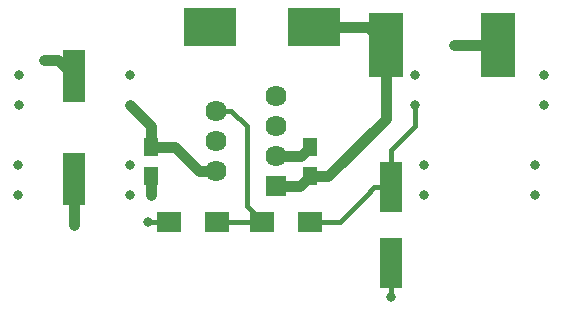
<source format=gtl>
G04 #@! TF.GenerationSoftware,KiCad,Pcbnew,(5.1.5-0-10_14)*
G04 #@! TF.CreationDate,2021-11-11T15:24:48-05:00*
G04 #@! TF.ProjectId,Readout-DC-Board,52656164-6f75-4742-9d44-432d426f6172,rev?*
G04 #@! TF.SameCoordinates,Original*
G04 #@! TF.FileFunction,Copper,L1,Top*
G04 #@! TF.FilePolarity,Positive*
%FSLAX46Y46*%
G04 Gerber Fmt 4.6, Leading zero omitted, Abs format (unit mm)*
G04 Created by KiCad (PCBNEW (5.1.5-0-10_14)) date 2021-11-11 15:24:48*
%MOMM*%
%LPD*%
G04 APERTURE LIST*
%ADD10R,3.000000X5.500000*%
%ADD11R,1.900000X4.400000*%
%ADD12R,1.250000X1.500000*%
%ADD13R,1.900000X4.200000*%
%ADD14R,4.500000X3.300000*%
%ADD15R,2.000000X1.700000*%
%ADD16C,1.790000*%
%ADD17R,1.790000X1.790000*%
%ADD18C,0.800000*%
%ADD19C,0.250000*%
%ADD20C,0.914400*%
%ADD21C,0.457200*%
G04 APERTURE END LIST*
D10*
X109550000Y-104140000D03*
X119050000Y-104140000D03*
D11*
X83185000Y-115475000D03*
X83185000Y-106775000D03*
D12*
X89662000Y-112776000D03*
X89662000Y-115276000D03*
X103124000Y-115276000D03*
X103124000Y-112776000D03*
D13*
X109982000Y-122580000D03*
X109982000Y-116180000D03*
D14*
X103460000Y-102616000D03*
X94660000Y-102616000D03*
D15*
X91250000Y-119126000D03*
X95250000Y-119126000D03*
X103124000Y-119126000D03*
X99124000Y-119126000D03*
D16*
X100296500Y-108458000D03*
X95216500Y-109728000D03*
X100296500Y-110998000D03*
X95216500Y-112268000D03*
X100296500Y-113538000D03*
X95216500Y-114808000D03*
D17*
X100296500Y-116078000D03*
D18*
X80645000Y-105410000D03*
X78486000Y-106680000D03*
X78486000Y-109220000D03*
X87884000Y-109220000D03*
X87884000Y-106680000D03*
X83185000Y-119380000D03*
X78435200Y-114300000D03*
X78435200Y-116840000D03*
X87884000Y-114300000D03*
X87884000Y-116840000D03*
X89662000Y-116840000D03*
X89408000Y-119126000D03*
X109982000Y-125476000D03*
X122174000Y-116840000D03*
X122174000Y-114300000D03*
X112776000Y-116840000D03*
X112776000Y-114300000D03*
X112014000Y-109220000D03*
X112014000Y-106680000D03*
X122936000Y-106680000D03*
X122936000Y-109220000D03*
X115316000Y-104140000D03*
D19*
X83191600Y-106781600D02*
X83185000Y-106775000D01*
D20*
X81820000Y-105410000D02*
X83185000Y-106775000D01*
X80645000Y-105410000D02*
X81820000Y-105410000D01*
X89662000Y-110998000D02*
X87884000Y-109220000D01*
X89662000Y-112776000D02*
X89662000Y-110998000D01*
X89662000Y-112776000D02*
X91694000Y-112776000D01*
X91694000Y-112776000D02*
X93726000Y-114808000D01*
X93726000Y-114808000D02*
X95216500Y-114808000D01*
X83185000Y-115475000D02*
X83185000Y-119380000D01*
X89662000Y-115276000D02*
X89662000Y-116840000D01*
D21*
X91250000Y-119126000D02*
X89408000Y-119126000D01*
X109982000Y-122580000D02*
X109982000Y-125476000D01*
D20*
X102322000Y-116078000D02*
X103124000Y-115276000D01*
X100296500Y-116078000D02*
X102322000Y-116078000D01*
X108026000Y-102616000D02*
X109550000Y-104140000D01*
X104060000Y-102616000D02*
X108026000Y-102616000D01*
X109550000Y-107804400D02*
X109550000Y-104140000D01*
X109550000Y-110389400D02*
X109550000Y-107804400D01*
X104663400Y-115276000D02*
X109550000Y-110389400D01*
X103124000Y-115276000D02*
X104663400Y-115276000D01*
X102362000Y-113538000D02*
X103124000Y-112776000D01*
X100296500Y-113538000D02*
X102362000Y-113538000D01*
D21*
X103124000Y-119126000D02*
X105664000Y-119126000D01*
X105664000Y-119126000D02*
X108204000Y-116586000D01*
X108204000Y-116550800D02*
X108574800Y-116180000D01*
X108574800Y-116180000D02*
X109982000Y-116180000D01*
X108204000Y-116586000D02*
X108204000Y-116550800D01*
D20*
X119050000Y-104140000D02*
X115316000Y-104140000D01*
X115316000Y-104140000D02*
X115316000Y-104140000D01*
D21*
X112014000Y-109220000D02*
X112014000Y-110998000D01*
X109982000Y-113030000D02*
X109982000Y-116180000D01*
X112014000Y-110998000D02*
X109982000Y-113030000D01*
X95250000Y-119126000D02*
X99124000Y-119126000D01*
X97790000Y-117792000D02*
X99124000Y-119126000D01*
X97790000Y-111035779D02*
X97790000Y-117792000D01*
X96482221Y-109728000D02*
X97790000Y-111035779D01*
X95216500Y-109728000D02*
X96482221Y-109728000D01*
M02*

</source>
